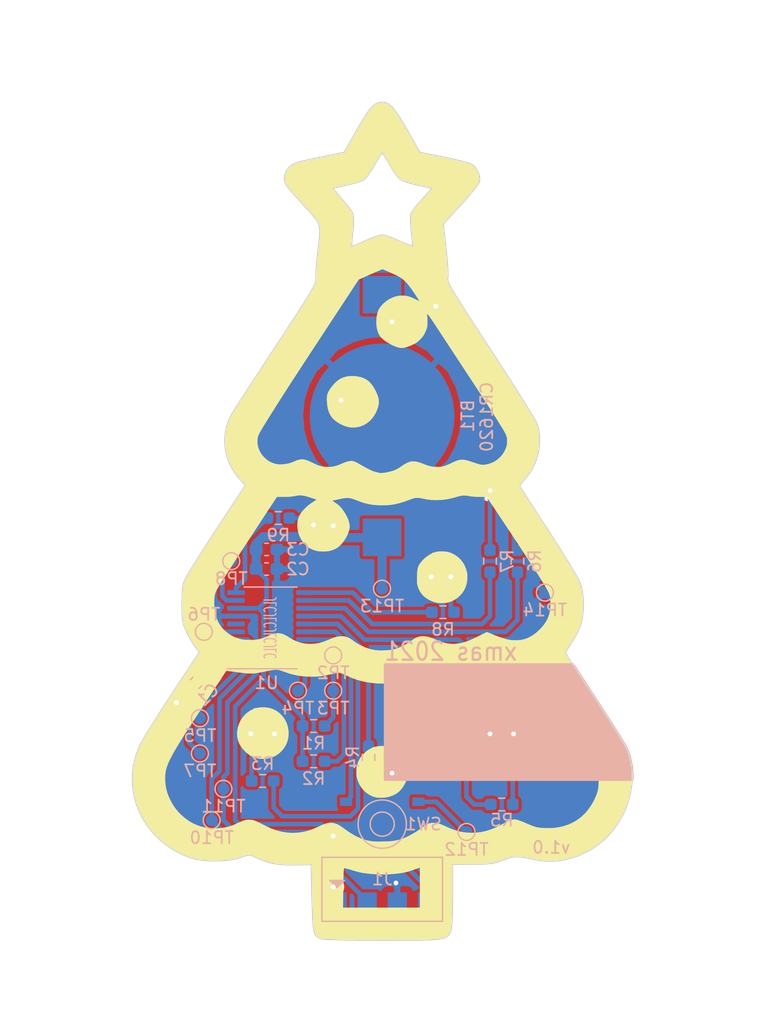
<source format=kicad_pcb>
(kicad_pcb (version 20171130) (host pcbnew 5.1.10)
  (layers (0 F.Cu signal) (31 B.Cu signal) (34 B.Paste user) (35 F.Paste user) (36 B.SilkS user) (37 F.SilkS user) (38 B.Mask user) (39 F.Mask user) (44 Edge.Cuts user))
  (net 0 "")
  (net 1 +BATT)
  (net 2 GND)
  (net 3 /NRST)
  (net 4 "Net-(D1-Pad2)")
  (net 5 "Net-(D2-Pad2)")
  (net 6 "Net-(D3-Pad2)")
  (net 7 "Net-(D4-Pad2)")
  (net 8 "Net-(D5-Pad2)")
  (net 9 "Net-(D6-Pad2)")
  (net 10 "Net-(D7-Pad2)")
  (net 11 /SWIM)
  (net 12 /I2C_CLOCK)
  (net 13 /I2C_DATA)
  (net 14 /LED0)
  (net 15 /LED1)
  (net 16 /LED2)
  (net 17 /LED3)
  (net 18 /LED4)
  (net 19 /LED5)
  (net 20 /LED6)
  (net 21 /USART_RX)
  (net 22 /USART_TX)
  (net 23 /IO1)
  (net 24 /IO2)
  (net 25 /IO3)
  (net 26 "Net-(U1-Pad6)")
  (net 27 "Net-(SW1-Pad4)")
  (net 28 "Net-(SW1-Pad3)")
  (module xmas_2021:BH57A-5 (layer B.Cu) (at 156.47348 103.675 90)
    (fp_text reference BT1 (at 0 7.112 90) (layer B.SilkS) (effects (justify mirror)))
    (fp_text value CR2032)
    (pad 2 smd circle (at 0 0 90) (size 12 12) (layers B.Cu B.Paste B.Mask) (net 2 GND))
    (pad 1 smd rect (at 10.05 0 90) (size 3.1 3.2) (layers B.Cu B.Paste B.Mask))
    (pad 1 smd rect (at -10.05 0 90) (size 3.1 3.2) (layers B.Cu B.Paste B.Mask) (net 1 +BATT))
  )
  (module xmas_2021:swim (layer B.Cu) (at 156.48898 144.625)
    (fp_text reference J1 (at 0 -2.6) (layer B.SilkS) (effects (justify mirror)))
    (fp_text value SWIM)
    (pad 4 smd rect (at 3.75 0) (size 1.6 3) (layers B.Cu B.Paste B.Mask) (net 3 /NRST))
    (pad 3 smd rect (at 1.25 0) (size 1.6 3) (layers B.Cu B.Paste B.Mask) (net 2 GND))
    (pad 2 smd rect (at -1.25 0) (size 1.6 3) (layers B.Cu B.Paste B.Mask) (net 11 /SWIM))
    (pad 1 smd rect (at -3.75 0) (size 1.6 3) (layers B.Cu B.Paste B.Mask) (net 1 +BATT))
  )
  (module xmas_2021:christmas-tree (layer F.Cu) (at 156.65 112.45)
    (fp_text reference Ref** hide)
    (fp_text value Val** hide)
    (fp_line (start -1.5286 -23.3027) (end -1.5286 -23.3027) (layer Edge.Cuts) (width 0.1))
    (fp_line (start -2.3099 -22.9676) (end -1.5286 -23.3027) (layer Edge.Cuts) (width 0.1))
    (fp_line (start -2.6728 -22.8282) (end -2.3099 -22.9676) (layer Edge.Cuts) (width 0.1))
    (fp_line (start -2.6898 -22.9004) (end -2.6728 -22.8282) (layer Edge.Cuts) (width 0.1))
    (fp_line (start -2.6878 -23.097) (end -2.6898 -22.9004) (layer Edge.Cuts) (width 0.1))
    (fp_line (start -2.6326 -23.7433) (end -2.6878 -23.097) (layer Edge.Cuts) (width 0.1))
    (fp_line (start -2.5689 -24.3247) (end -2.6326 -23.7433) (layer Edge.Cuts) (width 0.1))
    (fp_line (start -2.5341 -24.78) (end -2.5689 -24.3247) (layer Edge.Cuts) (width 0.1))
    (fp_line (start -2.5364 -25.14055) (end -2.5341 -24.78) (layer Edge.Cuts) (width 0.1))
    (fp_line (start -2.5841 -25.43786) (end -2.5364 -25.14055) (layer Edge.Cuts) (width 0.1))
    (fp_line (start -2.6277 -25.57259) (end -2.5841 -25.43786) (layer Edge.Cuts) (width 0.1))
    (fp_line (start -2.6857 -25.70327) (end -2.6277 -25.57259) (layer Edge.Cuts) (width 0.1))
    (fp_line (start -2.8494 -25.96816) (end -2.6857 -25.70327) (layer Edge.Cuts) (width 0.1))
    (fp_line (start -3.0836 -26.26393) (end -2.8494 -25.96816) (layer Edge.Cuts) (width 0.1))
    (fp_line (start -3.3966 -26.62196) (end -3.0836 -26.26393) (layer Edge.Cuts) (width 0.1))
    (fp_line (start -3.9873 -27.31584) (end -3.3966 -26.62196) (layer Edge.Cuts) (width 0.1))
    (fp_line (start -4.1555 -27.53686) (end -3.9873 -27.31584) (layer Edge.Cuts) (width 0.1))
    (fp_line (start -4.2037 -27.62985) (end -4.1555 -27.53686) (layer Edge.Cuts) (width 0.1))
    (fp_line (start -3.8499 -27.72918) (end -4.2037 -27.62985) (layer Edge.Cuts) (width 0.1))
    (fp_line (start -3.0692 -27.90694) (end -3.8499 -27.72918) (layer Edge.Cuts) (width 0.1))
    (fp_line (start -2.6249 -28.01234) (end -3.0692 -27.90694) (layer Edge.Cuts) (width 0.1))
    (fp_line (start -2.2171 -28.12662) (end -2.6249 -28.01234) (layer Edge.Cuts) (width 0.1))
    (fp_line (start -1.8909 -28.23601) (end -2.2171 -28.12662) (layer Edge.Cuts) (width 0.1))
    (fp_line (start -1.6915 -28.32674) (end -1.8909 -28.23601) (layer Edge.Cuts) (width 0.1))
    (fp_line (start -1.5318 -28.47964) (end -1.6915 -28.32674) (layer Edge.Cuts) (width 0.1))
    (fp_line (start -1.3137 -28.7583) (end -1.5318 -28.47964) (layer Edge.Cuts) (width 0.1))
    (fp_line (start -1.066 -29.12311) (end -1.3137 -28.7583) (layer Edge.Cuts) (width 0.1))
    (fp_line (start -0.8172 -29.53442) (end -1.066 -29.12311) (layer Edge.Cuts) (width 0.1))
    (fp_line (start -0.3848 -30.2551) (end -0.8172 -29.53442) (layer Edge.Cuts) (width 0.1))
    (fp_line (start -0.2362 -30.47374) (end -0.3848 -30.2551) (layer Edge.Cuts) (width 0.1))
    (fp_line (start -0.1613 -30.55332) (end -0.2362 -30.47374) (layer Edge.Cuts) (width 0.1))
    (fp_line (start -0.0895 -30.47589) (end -0.1613 -30.55332) (layer Edge.Cuts) (width 0.1))
    (fp_line (start 0.0508 -30.26698) (end -0.0895 -30.47589) (layer Edge.Cuts) (width 0.1))
    (fp_line (start 0.4557 -29.58216) (end 0.0508 -30.26698) (layer Edge.Cuts) (width 0.1))
    (fp_line (start 0.693 -29.18658) (end 0.4557 -29.58216) (layer Edge.Cuts) (width 0.1))
    (fp_line (start 0.9383 -28.82552) (end 0.693 -29.18658) (layer Edge.Cuts) (width 0.1))
    (fp_line (start 1.1625 -28.53886) (end 0.9383 -28.82552) (layer Edge.Cuts) (width 0.1))
    (fp_line (start 1.3369 -28.36651) (end 1.1625 -28.53886) (layer Edge.Cuts) (width 0.1))
    (fp_line (start 1.5541 -28.2532) (end 1.3369 -28.36651) (layer Edge.Cuts) (width 0.1))
    (fp_line (start 1.8949 -28.12731) (end 1.5541 -28.2532) (layer Edge.Cuts) (width 0.1))
    (fp_line (start 2.3126 -28.00418) (end 1.8949 -28.12731) (layer Edge.Cuts) (width 0.1))
    (fp_line (start 2.7604 -27.89916) (end 2.3126 -28.00418) (layer Edge.Cuts) (width 0.1))
    (fp_line (start 3.542 -27.72914) (end 2.7604 -27.89916) (layer Edge.Cuts) (width 0.1))
    (fp_line (start 3.8979 -27.62972) (end 3.542 -27.72914) (layer Edge.Cuts) (width 0.1))
    (fp_line (start 3.8529 -27.54058) (end 3.8979 -27.62972) (layer Edge.Cuts) (width 0.1))
    (fp_line (start 3.6912 -27.3342) (end 3.8529 -27.54058) (layer Edge.Cuts) (width 0.1))
    (fp_line (start 3.1202 -26.6927) (end 3.6912 -27.3342) (layer Edge.Cuts) (width 0.1))
    (fp_line (start 2.7911 -26.32185) (end 3.1202 -26.6927) (layer Edge.Cuts) (width 0.1))
    (fp_line (start 2.5092 -25.96846) (end 2.7911 -26.32185) (layer Edge.Cuts) (width 0.1))
    (fp_line (start 2.3043 -25.67251) (end 2.5092 -25.96846) (layer Edge.Cuts) (width 0.1))
    (fp_line (start 2.2066 -25.474) (end 2.3043 -25.67251) (layer Edge.Cuts) (width 0.1))
    (fp_line (start 2.1846 -25.25689) (end 2.2066 -25.474) (layer Edge.Cuts) (width 0.1))
    (fp_line (start 2.1861 -24.9103) (end 2.1846 -25.25689) (layer Edge.Cuts) (width 0.1))
    (fp_line (start 2.2096 -24.482) (end 2.1861 -24.9103) (layer Edge.Cuts) (width 0.1))
    (fp_line (start 2.2534 -24.0196) (end 2.2096 -24.482) (layer Edge.Cuts) (width 0.1))
    (fp_line (start 2.3339 -23.2125) (end 2.2534 -24.0196) (layer Edge.Cuts) (width 0.1))
    (fp_line (start 2.3496 -22.9564) (end 2.3339 -23.2125) (layer Edge.Cuts) (width 0.1))
    (fp_line (start 2.345 -22.8499) (end 2.3496 -22.9564) (layer Edge.Cuts) (width 0.1))
    (fp_line (start 2.245 -22.8703) (end 2.345 -22.8499) (layer Edge.Cuts) (width 0.1))
    (fp_line (start 2.0012 -22.9602) (end 2.245 -22.8703) (layer Edge.Cuts) (width 0.1))
    (fp_line (start 1.2285 -23.2905) (end 2.0012 -22.9602) (layer Edge.Cuts) (width 0.1))
    (fp_line (start 0.7862 -23.4795) (end 1.2285 -23.2905) (layer Edge.Cuts) (width 0.1))
    (fp_line (start 0.379 -23.6342) (end 0.7862 -23.4795) (layer Edge.Cuts) (width 0.1))
    (fp_line (start 0.052 -23.7388) (end 0.379 -23.6342) (layer Edge.Cuts) (width 0.1))
    (fp_line (start -0.1495 -23.7772) (end 0.052 -23.7388) (layer Edge.Cuts) (width 0.1))
    (fp_line (start -0.3511 -23.7398) (end -0.1495 -23.7772) (layer Edge.Cuts) (width 0.1))
    (fp_line (start -0.6783 -23.6378) (end -0.3511 -23.7398) (layer Edge.Cuts) (width 0.1))
    (fp_line (start -1.0859 -23.487) (end -0.6783 -23.6378) (layer Edge.Cuts) (width 0.1))
    (fp_line (start -1.5286 -23.3027) (end -1.0859 -23.487) (layer Edge.Cuts) (width 0.1))
    (fp_line (start -5.2431 34.526) (end -5.2431 34.5258) (layer Edge.Cuts) (width 0.1))
    (fp_line (start -5.09 34.5486) (end -5.2431 34.526) (layer Edge.Cuts) (width 0.1))
    (fp_line (start -4.7583 34.5701) (end -5.09 34.5486) (layer Edge.Cuts) (width 0.1))
    (fp_line (start -3.6425 34.6075) (end -4.7583 34.5701) (layer Edge.Cuts) (width 0.1))
    (fp_line (start -2.0615 34.6342) (end -3.6425 34.6075) (layer Edge.Cuts) (width 0.1))
    (fp_line (start -0.1815 34.6464) (end -2.0615 34.6342) (layer Edge.Cuts) (width 0.1))
    (fp_line (start 2.8533 34.637) (end -0.1815 34.6464) (layer Edge.Cuts) (width 0.1))
    (fp_line (start 3.8163 34.6084) (end 2.8533 34.637) (layer Edge.Cuts) (width 0.1))
    (fp_line (start 4.4906 34.5534) (end 3.8163 34.6084) (layer Edge.Cuts) (width 0.1))
    (fp_line (start 4.7383 34.5135) (end 4.4906 34.5534) (layer Edge.Cuts) (width 0.1))
    (fp_line (start 4.9367 34.4641) (end 4.7383 34.5135) (layer Edge.Cuts) (width 0.1))
    (fp_line (start 5.0932 34.4043) (end 4.9367 34.4641) (layer Edge.Cuts) (width 0.1))
    (fp_line (start 5.2154 34.3329) (end 5.0932 34.4043) (layer Edge.Cuts) (width 0.1))
    (fp_line (start 5.311 34.2491) (end 5.2154 34.3329) (layer Edge.Cuts) (width 0.1))
    (fp_line (start 5.3874 34.1518) (end 5.311 34.2491) (layer Edge.Cuts) (width 0.1))
    (fp_line (start 5.5133 33.9131) (end 5.3874 34.1518) (layer Edge.Cuts) (width 0.1))
    (fp_line (start 5.5512 33.7891) (end 5.5133 33.9131) (layer Edge.Cuts) (width 0.1))
    (fp_line (start 5.584 33.5943) (end 5.5512 33.7891) (layer Edge.Cuts) (width 0.1))
    (fp_line (start 5.6347 32.9936) (end 5.584 33.5943) (layer Edge.Cuts) (width 0.1))
    (fp_line (start 5.6652 32.1129) (end 5.6347 32.9936) (layer Edge.Cuts) (width 0.1))
    (fp_line (start 5.6754 30.9542) (end 5.6652 32.1129) (layer Edge.Cuts) (width 0.1))
    (fp_line (start 5.6755 28.3508) (end 5.6754 30.9542) (layer Edge.Cuts) (width 0.1))
    (fp_line (start 7.3362 28.3473) (end 5.6755 28.3508) (layer Edge.Cuts) (width 0.1))
    (fp_line (start 8.2258 28.3341) (end 7.3362 28.3473) (layer Edge.Cuts) (width 0.1))
    (fp_line (start 8.8459 28.2871) (end 8.2258 28.3341) (layer Edge.Cuts) (width 0.1))
    (fp_line (start 9.0964 28.2455) (end 8.8459 28.2871) (layer Edge.Cuts) (width 0.1))
    (fp_line (start 9.3296 28.1888) (end 9.0964 28.2455) (layer Edge.Cuts) (width 0.1))
    (fp_line (start 9.8103 28.0216) (end 9.3296 28.1888) (layer Edge.Cuts) (width 0.1))
    (fp_line (start 10.1416 27.8951) (end 9.8103 28.0216) (layer Edge.Cuts) (width 0.1))
    (fp_line (start 10.4238 27.8034) (end 10.1416 27.8951) (layer Edge.Cuts) (width 0.1))
    (fp_line (start 10.6801 27.7459) (end 10.4238 27.8034) (layer Edge.Cuts) (width 0.1))
    (fp_line (start 10.9338 27.7218) (end 10.6801 27.7459) (layer Edge.Cuts) (width 0.1))
    (fp_line (start 11.208 27.7306) (end 10.9338 27.7218) (layer Edge.Cuts) (width 0.1))
    (fp_line (start 11.526 27.7714) (end 11.208 27.7306) (layer Edge.Cuts) (width 0.1))
    (fp_line (start 12.3862 27.9468) (end 11.526 27.7714) (layer Edge.Cuts) (width 0.1))
    (fp_line (start 12.9193 28.0435) (end 12.3862 27.9468) (layer Edge.Cuts) (width 0.1))
    (fp_line (start 13.4483 28.0937) (end 12.9193 28.0435) (layer Edge.Cuts) (width 0.1))
    (fp_line (start 13.9749 28.097) (end 13.4483 28.0937) (layer Edge.Cuts) (width 0.1))
    (fp_line (start 14.5006 28.0533) (end 13.9749 28.097) (layer Edge.Cuts) (width 0.1))
    (fp_line (start 15.0274 27.9624) (end 14.5006 28.0533) (layer Edge.Cuts) (width 0.1))
    (fp_line (start 15.5567 27.8239) (end 15.0274 27.9624) (layer Edge.Cuts) (width 0.1))
    (fp_line (start 16.0905 27.6378) (end 15.5567 27.8239) (layer Edge.Cuts) (width 0.1))
    (fp_line (start 16.6303 27.4037) (end 16.0905 27.6378) (layer Edge.Cuts) (width 0.1))
    (fp_line (start 16.9259 27.2538) (end 16.6303 27.4037) (layer Edge.Cuts) (width 0.1))
    (fp_line (start 17.2118 27.0898) (end 16.9259 27.2538) (layer Edge.Cuts) (width 0.1))
    (fp_line (start 17.4878 26.9122) (end 17.2118 27.0898) (layer Edge.Cuts) (width 0.1))
    (fp_line (start 17.7537 26.7218) (end 17.4878 26.9122) (layer Edge.Cuts) (width 0.1))
    (fp_line (start 18.0092 26.5191) (end 17.7537 26.7218) (layer Edge.Cuts) (width 0.1))
    (fp_line (start 18.2541 26.3048) (end 18.0092 26.5191) (layer Edge.Cuts) (width 0.1))
    (fp_line (start 18.4881 26.0795) (end 18.2541 26.3048) (layer Edge.Cuts) (width 0.1))
    (fp_line (start 18.711 25.8438) (end 18.4881 26.0795) (layer Edge.Cuts) (width 0.1))
    (fp_line (start 19.1223 25.344) (end 18.711 25.8438) (layer Edge.Cuts) (width 0.1))
    (fp_line (start 19.4861 24.8105) (end 19.1223 25.344) (layer Edge.Cuts) (width 0.1))
    (fp_line (start 19.8004 24.2482) (end 19.4861 24.8105) (layer Edge.Cuts) (width 0.1))
    (fp_line (start 20.063 23.6624) (end 19.8004 24.2482) (layer Edge.Cuts) (width 0.1))
    (fp_line (start 20.2721 23.0581) (end 20.063 23.6624) (layer Edge.Cuts) (width 0.1))
    (fp_line (start 20.4255 22.4404) (end 20.2721 23.0581) (layer Edge.Cuts) (width 0.1))
    (fp_line (start 20.5213 21.8143) (end 20.4255 22.4404) (layer Edge.Cuts) (width 0.1))
    (fp_line (start 20.547 21.4998) (end 20.5213 21.8143) (layer Edge.Cuts) (width 0.1))
    (fp_line (start 20.5575 21.185) (end 20.547 21.4998) (layer Edge.Cuts) (width 0.1))
    (fp_line (start 20.5525 20.8707) (end 20.5575 21.185) (layer Edge.Cuts) (width 0.1))
    (fp_line (start 20.532 20.5575) (end 20.5525 20.8707) (layer Edge.Cuts) (width 0.1))
    (fp_line (start 20.4955 20.2461) (end 20.532 20.5575) (layer Edge.Cuts) (width 0.1))
    (fp_line (start 20.4428 19.937) (end 20.4955 20.2461) (layer Edge.Cuts) (width 0.1))
    (fp_line (start 20.3737 19.6309) (end 20.4428 19.937) (layer Edge.Cuts) (width 0.1))
    (fp_line (start 20.2879 19.3285) (end 20.3737 19.6309) (layer Edge.Cuts) (width 0.1))
    (fp_line (start 20.1852 19.0303) (end 20.2879 19.3285) (layer Edge.Cuts) (width 0.1))
    (fp_line (start 20.0653 18.737) (end 20.1852 19.0303) (layer Edge.Cuts) (width 0.1))
    (fp_line (start 19.7811 18.2349) (end 20.0653 18.737) (layer Edge.Cuts) (width 0.1))
    (fp_line (start 19.1886 17.2775) (end 19.7811 18.2349) (layer Edge.Cuts) (width 0.1))
    (fp_line (start 18.3743 16.0023) (end 19.1886 17.2775) (layer Edge.Cuts) (width 0.1))
    (fp_line (start 17.425 14.5469) (end 18.3743 16.0023) (layer Edge.Cuts) (width 0.1))
    (fp_line (start 15.7334 11.957) (end 17.425 14.5469) (layer Edge.Cuts) (width 0.1))
    (fp_line (start 15.2188 11.1519) (end 15.7334 11.957) (layer Edge.Cuts) (width 0.1))
    (fp_line (start 15.0298 10.8357) (end 15.2188 11.1519) (layer Edge.Cuts) (width 0.1))
    (fp_line (start 15.1888 10.5444) (end 15.0298 10.8357) (layer Edge.Cuts) (width 0.1))
    (fp_line (start 15.5709 9.95) (end 15.1888 10.5444) (layer Edge.Cuts) (width 0.1))
    (fp_line (start 15.7972 9.5811) (end 15.5709 9.95) (layer Edge.Cuts) (width 0.1))
    (fp_line (start 16.0132 9.1754) (end 15.7972 9.5811) (layer Edge.Cuts) (width 0.1))
    (fp_line (start 16.1945 8.7823) (end 16.0132 9.1754) (layer Edge.Cuts) (width 0.1))
    (fp_line (start 16.3166 8.4509) (end 16.1945 8.7823) (layer Edge.Cuts) (width 0.1))
    (fp_line (start 16.413 8.053) (end 16.3166 8.4509) (layer Edge.Cuts) (width 0.1))
    (fp_line (start 16.4784 7.6214) (end 16.413 8.053) (layer Edge.Cuts) (width 0.1))
    (fp_line (start 16.5133 7.1688) (end 16.4784 7.6214) (layer Edge.Cuts) (width 0.1))
    (fp_line (start 16.5178 6.7079) (end 16.5133 7.1688) (layer Edge.Cuts) (width 0.1))
    (fp_line (start 16.4923 6.2511) (end 16.5178 6.7079) (layer Edge.Cuts) (width 0.1))
    (fp_line (start 16.4371 5.8112) (end 16.4923 6.2511) (layer Edge.Cuts) (width 0.1))
    (fp_line (start 16.3524 5.4008) (end 16.4371 5.8112) (layer Edge.Cuts) (width 0.1))
    (fp_line (start 16.2385 5.0324) (end 16.3524 5.4008) (layer Edge.Cuts) (width 0.1))
    (fp_line (start 16.1335 4.8072) (end 16.2385 5.0324) (layer Edge.Cuts) (width 0.1))
    (fp_line (start 15.9424 4.4551) (end 16.1335 4.8072) (layer Edge.Cuts) (width 0.1))
    (fp_line (start 15.3453 3.4417) (end 15.9424 4.4551) (layer Edge.Cuts) (width 0.1))
    (fp_line (start 14.5338 2.1351) (end 15.3453 3.4417) (layer Edge.Cuts) (width 0.1))
    (fp_line (start 13.5948 0.6781) (end 14.5338 2.1351) (layer Edge.Cuts) (width 0.1))
    (fp_line (start 11.9273 -1.8842) (end 13.5948 0.6781) (layer Edge.Cuts) (width 0.1))
    (fp_line (start 11.4201 -2.6796) (end 11.9273 -1.8842) (layer Edge.Cuts) (width 0.1))
    (fp_line (start 11.2338 -2.9907) (end 11.4201 -2.6796) (layer Edge.Cuts) (width 0.1))
    (fp_line (start 11.2762 -3.0661) (end 11.2338 -2.9907) (layer Edge.Cuts) (width 0.1))
    (fp_line (start 11.3917 -3.2196) (end 11.2762 -3.0661) (layer Edge.Cuts) (width 0.1))
    (fp_line (start 11.7715 -3.6717) (end 11.3917 -3.2196) (layer Edge.Cuts) (width 0.1))
    (fp_line (start 11.9502 -3.8904) (end 11.7715 -3.6717) (layer Edge.Cuts) (width 0.1))
    (fp_line (start 12.1142 -4.1234) (end 11.9502 -3.8904) (layer Edge.Cuts) (width 0.1))
    (fp_line (start 12.2634 -4.3693) (end 12.1142 -4.1234) (layer Edge.Cuts) (width 0.1))
    (fp_line (start 12.3974 -4.6265) (end 12.2634 -4.3693) (layer Edge.Cuts) (width 0.1))
    (fp_line (start 12.5158 -4.8936) (end 12.3974 -4.6265) (layer Edge.Cuts) (width 0.1))
    (fp_line (start 12.6184 -5.1691) (end 12.5158 -4.8936) (layer Edge.Cuts) (width 0.1))
    (fp_line (start 12.7049 -5.4515) (end 12.6184 -5.1691) (layer Edge.Cuts) (width 0.1))
    (fp_line (start 12.775 -5.7394) (end 12.7049 -5.4515) (layer Edge.Cuts) (width 0.1))
    (fp_line (start 12.8282 -6.0313) (end 12.775 -5.7394) (layer Edge.Cuts) (width 0.1))
    (fp_line (start 12.8644 -6.3257) (end 12.8282 -6.0313) (layer Edge.Cuts) (width 0.1))
    (fp_line (start 12.8832 -6.6212) (end 12.8644 -6.3257) (layer Edge.Cuts) (width 0.1))
    (fp_line (start 12.8843 -6.9163) (end 12.8832 -6.6212) (layer Edge.Cuts) (width 0.1))
    (fp_line (start 12.8673 -7.2096) (end 12.8843 -6.9163) (layer Edge.Cuts) (width 0.1))
    (fp_line (start 12.8321 -7.4994) (end 12.8673 -7.2096) (layer Edge.Cuts) (width 0.1))
    (fp_line (start 12.7782 -7.7845) (end 12.8321 -7.4994) (layer Edge.Cuts) (width 0.1))
    (fp_line (start 12.7053 -8.0633) (end 12.7782 -7.7845) (layer Edge.Cuts) (width 0.1))
    (fp_line (start 12.5953 -8.2934) (end 12.7053 -8.0633) (layer Edge.Cuts) (width 0.1))
    (fp_line (start 12.347 -8.7295) (end 12.5953 -8.2934) (layer Edge.Cuts) (width 0.1))
    (fp_line (start 11.4989 -10.1185) (end 12.347 -8.7295) (layer Edge.Cuts) (width 0.1))
    (fp_line (start 10.2877 -12.0272) (end 11.4989 -10.1185) (layer Edge.Cuts) (width 0.1))
    (fp_line (start 8.8403 -14.2524) (end 10.2877 -12.0272) (layer Edge.Cuts) (width 0.1))
    (fp_line (start 6.9563 -17.1346) (end 8.8403 -14.2524) (layer Edge.Cuts) (width 0.1))
    (fp_line (start 5.8493 -18.8868) (end 6.9563 -17.1346) (layer Edge.Cuts) (width 0.1))
    (fp_line (start 5.5321 -19.4301) (end 5.8493 -18.8868) (layer Edge.Cuts) (width 0.1))
    (fp_line (start 5.3431 -19.8002) (end 5.5321 -19.4301) (layer Edge.Cuts) (width 0.1))
    (fp_line (start 5.2603 -20.0333) (end 5.3431 -19.8002) (layer Edge.Cuts) (width 0.1))
    (fp_line (start 5.2517 -20.1099) (end 5.2603 -20.0333) (layer Edge.Cuts) (width 0.1))
    (fp_line (start 5.2615 -20.166) (end 5.2517 -20.1099) (layer Edge.Cuts) (width 0.1))
    (fp_line (start 5.2816 -20.2689) (end 5.2615 -20.166) (layer Edge.Cuts) (width 0.1))
    (fp_line (start 5.291 -20.4397) (end 5.2816 -20.2689) (layer Edge.Cuts) (width 0.1))
    (fp_line (start 5.2789 -20.9612) (end 5.291 -20.4397) (layer Edge.Cuts) (width 0.1))
    (fp_line (start 5.2276 -21.6841) (end 5.2789 -20.9612) (layer Edge.Cuts) (width 0.1))
    (fp_line (start 5.1395 -22.562) (end 5.2276 -21.6841) (layer Edge.Cuts) (width 0.1))
    (fp_line (start 4.9037 -24.6585) (end 5.1395 -22.562) (layer Edge.Cuts) (width 0.1))
    (fp_line (start 6.3573 -26.2431) (end 4.9037 -24.6585) (layer Edge.Cuts) (width 0.1))
    (fp_line (start 6.9285 -26.8857) (end 6.3573 -26.2431) (layer Edge.Cuts) (width 0.1))
    (fp_line (start 7.4094 -27.46393) (end 6.9285 -26.8857) (layer Edge.Cuts) (width 0.1))
    (fp_line (start 7.7493 -27.91444) (end 7.4094 -27.46393) (layer Edge.Cuts) (width 0.1))
    (fp_line (start 7.8506 -28.072) (end 7.7493 -27.91444) (layer Edge.Cuts) (width 0.1))
    (fp_line (start 7.8977 -28.17388) (end 7.8506 -28.072) (layer Edge.Cuts) (width 0.1))
    (fp_line (start 7.9221 -28.3677) (end 7.8977 -28.17388) (layer Edge.Cuts) (width 0.1))
    (fp_line (start 7.9062 -28.57735) (end 7.9221 -28.3677) (layer Edge.Cuts) (width 0.1))
    (fp_line (start 7.8545 -28.79348) (end 7.9062 -28.57735) (layer Edge.Cuts) (width 0.1))
    (fp_line (start 7.7713 -29.00674) (end 7.8545 -28.79348) (layer Edge.Cuts) (width 0.1))
    (fp_line (start 7.661 -29.2078) (end 7.7713 -29.00674) (layer Edge.Cuts) (width 0.1))
    (fp_line (start 7.528 -29.38732) (end 7.661 -29.2078) (layer Edge.Cuts) (width 0.1))
    (fp_line (start 7.3766 -29.53595) (end 7.528 -29.38732) (layer Edge.Cuts) (width 0.1))
    (fp_line (start 7.2112 -29.64435) (end 7.3766 -29.53595) (layer Edge.Cuts) (width 0.1))
    (fp_line (start 6.9097 -29.74934) (end 7.2112 -29.64435) (layer Edge.Cuts) (width 0.1))
    (fp_line (start 6.3723 -29.894) (end 6.9097 -29.74934) (layer Edge.Cuts) (width 0.1))
    (fp_line (start 5.6751 -30.05925) (end 6.3723 -29.894) (layer Edge.Cuts) (width 0.1))
    (fp_line (start 4.8941 -30.22598) (end 5.6751 -30.05925) (layer Edge.Cuts) (width 0.1))
    (fp_line (start 2.9605 -30.61659) (end 4.8941 -30.22598) (layer Edge.Cuts) (width 0.1))
    (fp_line (start 1.9407 -32.41033) (end 2.9605 -30.61659) (layer Edge.Cuts) (width 0.1))
    (fp_line (start 1.5738 -33.04225) (end 1.9407 -32.41033) (layer Edge.Cuts) (width 0.1))
    (fp_line (start 1.2558 -33.55753) (end 1.5738 -33.04225) (layer Edge.Cuts) (width 0.1))
    (fp_line (start 0.9781 -33.96615) (end 1.2558 -33.55753) (layer Edge.Cuts) (width 0.1))
    (fp_line (start 0.732 -34.278084) (end 0.9781 -33.96615) (layer Edge.Cuts) (width 0.1))
    (fp_line (start 0.5087 -34.503324) (end 0.732 -34.278084) (layer Edge.Cuts) (width 0.1))
    (fp_line (start 0.2995 -34.651851) (end 0.5087 -34.503324) (layer Edge.Cuts) (width 0.1))
    (fp_line (start 0.0956 -34.733646) (end 0.2995 -34.651851) (layer Edge.Cuts) (width 0.1))
    (fp_line (start -0.1116 -34.758693) (end 0.0956 -34.733646) (layer Edge.Cuts) (width 0.1))
    (fp_line (start -0.3636 -34.740082) (end -0.1116 -34.758693) (layer Edge.Cuts) (width 0.1))
    (fp_line (start -0.5927 -34.674665) (end -0.3636 -34.740082) (layer Edge.Cuts) (width 0.1))
    (fp_line (start -0.7029 -34.619912) (end -0.5927 -34.674665) (layer Edge.Cuts) (width 0.1))
    (fp_line (start -0.8124 -34.548066) (end -0.7029 -34.619912) (layer Edge.Cuts) (width 0.1))
    (fp_line (start -1.0363 -34.34591) (end -0.8124 -34.548066) (layer Edge.Cuts) (width 0.1))
    (fp_line (start -1.2777 -34.053821) (end -1.0363 -34.34591) (layer Edge.Cuts) (width 0.1))
    (fp_line (start -1.5504 -33.65742) (end -1.2777 -34.053821) (layer Edge.Cuts) (width 0.1))
    (fp_line (start -1.8678 -33.14234) (end -1.5504 -33.65742) (layer Edge.Cuts) (width 0.1))
    (fp_line (start -2.2435 -32.4942) (end -1.8678 -33.14234) (layer Edge.Cuts) (width 0.1))
    (fp_line (start -3.3157 -30.60935) (end -2.2435 -32.4942) (layer Edge.Cuts) (width 0.1))
    (fp_line (start -5.4294 -30.17602) (end -3.3157 -30.60935) (layer Edge.Cuts) (width 0.1))
    (fp_line (start -6.5777 -29.93098) (end -5.4294 -30.17602) (layer Edge.Cuts) (width 0.1))
    (fp_line (start -6.9681 -29.83474) (end -6.5777 -29.93098) (layer Edge.Cuts) (width 0.1))
    (fp_line (start -7.2637 -29.7466) (end -6.9681 -29.83474) (layer Edge.Cuts) (width 0.1))
    (fp_line (start -7.4854 -29.65949) (end -7.2637 -29.7466) (layer Edge.Cuts) (width 0.1))
    (fp_line (start -7.6541 -29.56636) (end -7.4854 -29.65949) (layer Edge.Cuts) (width 0.1))
    (fp_line (start -7.7907 -29.46012) (end -7.6541 -29.56636) (layer Edge.Cuts) (width 0.1))
    (fp_line (start -7.9159 -29.33373) (end -7.7907 -29.46012) (layer Edge.Cuts) (width 0.1))
    (fp_line (start -8.0509 -29.16532) (end -7.9159 -29.33373) (layer Edge.Cuts) (width 0.1))
    (fp_line (start -8.1547 -28.99098) (end -8.0509 -29.16532) (layer Edge.Cuts) (width 0.1))
    (fp_line (start -8.2273 -28.81199) (end -8.1547 -28.99098) (layer Edge.Cuts) (width 0.1))
    (fp_line (start -8.2683 -28.6296) (end -8.2273 -28.81199) (layer Edge.Cuts) (width 0.1))
    (fp_line (start -8.2778 -28.44507) (end -8.2683 -28.6296) (layer Edge.Cuts) (width 0.1))
    (fp_line (start -8.2554 -28.25966) (end -8.2778 -28.44507) (layer Edge.Cuts) (width 0.1))
    (fp_line (start -8.201 -28.07464) (end -8.2554 -28.25966) (layer Edge.Cuts) (width 0.1))
    (fp_line (start -8.1145 -27.89127) (end -8.201 -28.07464) (layer Edge.Cuts) (width 0.1))
    (fp_line (start -7.9463 -27.66433) (end -8.1145 -27.89127) (layer Edge.Cuts) (width 0.1))
    (fp_line (start -7.6099 -27.26238) (end -7.9463 -27.66433) (layer Edge.Cuts) (width 0.1))
    (fp_line (start -6.628 -26.16059) (end -7.6099 -27.26238) (layer Edge.Cuts) (width 0.1))
    (fp_line (start -6.1367 -25.62894) (end -6.628 -26.16059) (layer Edge.Cuts) (width 0.1))
    (fp_line (start -5.778 -25.22144) (end -6.1367 -25.62894) (layer Edge.Cuts) (width 0.1))
    (fp_line (start -5.6433 -25.04662) (end -5.778 -25.22144) (layer Edge.Cuts) (width 0.1))
    (fp_line (start -5.5358 -24.8817) (end -5.6433 -25.04662) (layer Edge.Cuts) (width 0.1))
    (fp_line (start -5.4535 -24.7196) (end -5.5358 -24.8817) (layer Edge.Cuts) (width 0.1))
    (fp_line (start -5.3943 -24.5532) (end -5.4535 -24.7196) (layer Edge.Cuts) (width 0.1))
    (fp_line (start -5.3562 -24.3756) (end -5.3943 -24.5532) (layer Edge.Cuts) (width 0.1))
    (fp_line (start -5.3374 -24.1797) (end -5.3562 -24.3756) (layer Edge.Cuts) (width 0.1))
    (fp_line (start -5.3357 -23.9584) (end -5.3374 -24.1797) (layer Edge.Cuts) (width 0.1))
    (fp_line (start -5.3493 -23.7046) (end -5.3357 -23.9584) (layer Edge.Cuts) (width 0.1))
    (fp_line (start -5.4139 -23.0716) (end -5.3493 -23.7046) (layer Edge.Cuts) (width 0.1))
    (fp_line (start -5.5154 -22.2242) (end -5.4139 -23.0716) (layer Edge.Cuts) (width 0.1))
    (fp_line (start -5.5894 -21.5137) (end -5.5154 -22.2242) (layer Edge.Cuts) (width 0.1))
    (fp_line (start -5.6381 -20.8776) (end -5.5894 -21.5137) (layer Edge.Cuts) (width 0.1))
    (fp_line (start -5.6573 -20.3853) (end -5.6381 -20.8776) (layer Edge.Cuts) (width 0.1))
    (fp_line (start -5.6428 -20.1064) (end -5.6573 -20.3853) (layer Edge.Cuts) (width 0.1))
    (fp_line (start -5.6374 -20.0421) (end -5.6428 -20.1064) (layer Edge.Cuts) (width 0.1))
    (fp_line (start -5.6479 -19.9611) (end -5.6374 -20.0421) (layer Edge.Cuts) (width 0.1))
    (fp_line (start -5.727 -19.7318) (end -5.6479 -19.9611) (layer Edge.Cuts) (width 0.1))
    (fp_line (start -5.9009 -19.3842) (end -5.727 -19.7318) (layer Edge.Cuts) (width 0.1))
    (fp_line (start -6.19 -18.8843) (end -5.9009 -19.3842) (layer Edge.Cuts) (width 0.1))
    (fp_line (start -7.1961 -17.2906) (end -6.19 -18.8843) (layer Edge.Cuts) (width 0.1))
    (fp_line (start -8.9098 -14.6774) (end -7.1961 -17.2906) (layer Edge.Cuts) (width 0.1))
    (fp_line (start -11.3846 -10.8993) (end -8.9098 -14.6774) (layer Edge.Cuts) (width 0.1))
    (fp_line (start -12.2241 -9.5951) (end -11.3846 -10.8993) (layer Edge.Cuts) (width 0.1))
    (fp_line (start -12.6354 -8.932) (end -12.2241 -9.5951) (layer Edge.Cuts) (width 0.1))
    (fp_line (start -12.8022 -8.6036) (end -12.6354 -8.932) (layer Edge.Cuts) (width 0.1))
    (fp_line (start -12.9407 -8.2671) (end -12.8022 -8.6036) (layer Edge.Cuts) (width 0.1))
    (fp_line (start -13.0509 -7.9241) (end -12.9407 -8.2671) (layer Edge.Cuts) (width 0.1))
    (fp_line (start -13.133 -7.5761) (end -13.0509 -7.9241) (layer Edge.Cuts) (width 0.1))
    (fp_line (start -13.1872 -7.2245) (end -13.133 -7.5761) (layer Edge.Cuts) (width 0.1))
    (fp_line (start -13.2137 -6.8711) (end -13.1872 -7.2245) (layer Edge.Cuts) (width 0.1))
    (fp_line (start -13.2127 -6.5173) (end -13.2137 -6.8711) (layer Edge.Cuts) (width 0.1))
    (fp_line (start -13.1844 -6.1647) (end -13.2127 -6.5173) (layer Edge.Cuts) (width 0.1))
    (fp_line (start -13.129 -5.8148) (end -13.1844 -6.1647) (layer Edge.Cuts) (width 0.1))
    (fp_line (start -13.0465 -5.4691) (end -13.129 -5.8148) (layer Edge.Cuts) (width 0.1))
    (fp_line (start -12.9373 -5.1293) (end -13.0465 -5.4691) (layer Edge.Cuts) (width 0.1))
    (fp_line (start -12.8015 -4.7968) (end -12.9373 -5.1293) (layer Edge.Cuts) (width 0.1))
    (fp_line (start -12.6393 -4.4733) (end -12.8015 -4.7968) (layer Edge.Cuts) (width 0.1))
    (fp_line (start -12.4509 -4.1602) (end -12.6393 -4.4733) (layer Edge.Cuts) (width 0.1))
    (fp_line (start -12.2365 -3.8591) (end -12.4509 -4.1602) (layer Edge.Cuts) (width 0.1))
    (fp_line (start -11.9962 -3.5716) (end -12.2365 -3.8591) (layer Edge.Cuts) (width 0.1))
    (fp_line (start -11.5125 -3.0362) (end -11.9962 -3.5716) (layer Edge.Cuts) (width 0.1))
    (fp_line (start -13.8543 0.5234) (end -11.5125 -3.0362) (layer Edge.Cuts) (width 0.1))
    (fp_line (start -14.7859 1.9537) (end -13.8543 0.5234) (layer Edge.Cuts) (width 0.1))
    (fp_line (start -15.5913 3.2166) (end -14.7859 1.9537) (layer Edge.Cuts) (width 0.1))
    (fp_line (start -16.1844 4.1754) (end -15.5913 3.2166) (layer Edge.Cuts) (width 0.1))
    (fp_line (start -16.4791 4.6931) (end -16.1844 4.1754) (layer Edge.Cuts) (width 0.1))
    (fp_line (start -16.5581 4.8772) (end -16.4791 4.6931) (layer Edge.Cuts) (width 0.1))
    (fp_line (start -16.6215 5.0607) (end -16.5581 4.8772) (layer Edge.Cuts) (width 0.1))
    (fp_line (start -16.671 5.2551) (end -16.6215 5.0607) (layer Edge.Cuts) (width 0.1))
    (fp_line (start -16.7079 5.4719) (end -16.671 5.2551) (layer Edge.Cuts) (width 0.1))
    (fp_line (start -16.7506 6.0191) (end -16.7079 5.4719) (layer Edge.Cuts) (width 0.1))
    (fp_line (start -16.7621 6.7945) (end -16.7506 6.0191) (layer Edge.Cuts) (width 0.1))
    (fp_line (start -16.7511 7.62) (end -16.7621 6.7945) (layer Edge.Cuts) (width 0.1))
    (fp_line (start -16.7326 7.922) (end -16.7511 7.62) (layer Edge.Cuts) (width 0.1))
    (fp_line (start -16.7013 8.1758) (end -16.7326 7.922) (layer Edge.Cuts) (width 0.1))
    (fp_line (start -16.6539 8.4007) (end -16.7013 8.1758) (layer Edge.Cuts) (width 0.1))
    (fp_line (start -16.5873 8.6158) (end -16.6539 8.4007) (layer Edge.Cuts) (width 0.1))
    (fp_line (start -16.3839 9.0935) (end -16.5873 8.6158) (layer Edge.Cuts) (width 0.1))
    (fp_line (start -16.2104 9.4421) (end -16.3839 9.0935) (layer Edge.Cuts) (width 0.1))
    (fp_line (start -16.0175 9.7941) (end -16.2104 9.4421) (layer Edge.Cuts) (width 0.1))
    (fp_line (start -15.8289 10.1084) (end -16.0175 9.7941) (layer Edge.Cuts) (width 0.1))
    (fp_line (start -15.6678 10.3441) (end -15.8289 10.1084) (layer Edge.Cuts) (width 0.1))
    (fp_line (start -15.33 10.787) (end -15.6678 10.3441) (layer Edge.Cuts) (width 0.1))
    (fp_line (start -17.59118 14.2137) (end -15.33 10.787) (layer Edge.Cuts) (width 0.1))
    (fp_line (start -18.49961 15.6088) (end -17.59118 14.2137) (layer Edge.Cuts) (width 0.1))
    (fp_line (start -19.30153 16.8742) (end -18.49961 15.6088) (layer Edge.Cuts) (width 0.1))
    (fp_line (start -19.91008 17.8706) (end -19.30153 16.8742) (layer Edge.Cuts) (width 0.1))
    (fp_line (start -20.2384 18.4588) (end -19.91008 17.8706) (layer Edge.Cuts) (width 0.1))
    (fp_line (start -20.39109 18.807) (end -20.2384 18.4588) (layer Edge.Cuts) (width 0.1))
    (fp_line (start -20.52246 19.1582) (end -20.39109 18.807) (layer Edge.Cuts) (width 0.1))
    (fp_line (start -20.6328 19.5117) (end -20.52246 19.1582) (layer Edge.Cuts) (width 0.1))
    (fp_line (start -20.72242 19.8668) (end -20.6328 19.5117) (layer Edge.Cuts) (width 0.1))
    (fp_line (start -20.79161 20.223) (end -20.72242 19.8668) (layer Edge.Cuts) (width 0.1))
    (fp_line (start -20.84066 20.5795) (end -20.79161 20.223) (layer Edge.Cuts) (width 0.1))
    (fp_line (start -20.86987 20.9357) (end -20.84066 20.5795) (layer Edge.Cuts) (width 0.1))
    (fp_line (start -20.87954 21.2909) (end -20.86987 20.9357) (layer Edge.Cuts) (width 0.1))
    (fp_line (start -20.86996 21.6445) (end -20.87954 21.2909) (layer Edge.Cuts) (width 0.1))
    (fp_line (start -20.84142 21.9959) (end -20.86996 21.6445) (layer Edge.Cuts) (width 0.1))
    (fp_line (start -20.79422 22.3443) (end -20.84142 21.9959) (layer Edge.Cuts) (width 0.1))
    (fp_line (start -20.72866 22.6891) (end -20.79422 22.3443) (layer Edge.Cuts) (width 0.1))
    (fp_line (start -20.64504 23.0297) (end -20.72866 22.6891) (layer Edge.Cuts) (width 0.1))
    (fp_line (start -20.54364 23.3654) (end -20.64504 23.0297) (layer Edge.Cuts) (width 0.1))
    (fp_line (start -20.42476 23.6955) (end -20.54364 23.3654) (layer Edge.Cuts) (width 0.1))
    (fp_line (start -20.28871 24.0195) (end -20.42476 23.6955) (layer Edge.Cuts) (width 0.1))
    (fp_line (start -20.13577 24.3365) (end -20.28871 24.0195) (layer Edge.Cuts) (width 0.1))
    (fp_line (start -19.96624 24.6461) (end -20.13577 24.3365) (layer Edge.Cuts) (width 0.1))
    (fp_line (start -19.78041 24.9475) (end -19.96624 24.6461) (layer Edge.Cuts) (width 0.1))
    (fp_line (start -19.57859 25.24) (end -19.78041 24.9475) (layer Edge.Cuts) (width 0.1))
    (fp_line (start -19.36107 25.5231) (end -19.57859 25.24) (layer Edge.Cuts) (width 0.1))
    (fp_line (start -19.12814 25.796) (end -19.36107 25.5231) (layer Edge.Cuts) (width 0.1))
    (fp_line (start -18.88009 26.0581) (end -19.12814 25.796) (layer Edge.Cuts) (width 0.1))
    (fp_line (start -18.61723 26.3088) (end -18.88009 26.0581) (layer Edge.Cuts) (width 0.1))
    (fp_line (start -18.33985 26.5474) (end -18.61723 26.3088) (layer Edge.Cuts) (width 0.1))
    (fp_line (start -18.04825 26.7732) (end -18.33985 26.5474) (layer Edge.Cuts) (width 0.1))
    (fp_line (start -17.74271 26.9856) (end -18.04825 26.7732) (layer Edge.Cuts) (width 0.1))
    (fp_line (start -17.4235 27.1839) (end -17.74271 26.9856) (layer Edge.Cuts) (width 0.1))
    (fp_line (start -17.091 27.3675) (end -17.4235 27.1839) (layer Edge.Cuts) (width 0.1))
    (fp_line (start -16.7455 27.5357) (end -17.091 27.3675) (layer Edge.Cuts) (width 0.1))
    (fp_line (start -16.3872 27.6878) (end -16.7455 27.5357) (layer Edge.Cuts) (width 0.1))
    (fp_line (start -16.0164 27.8233) (end -16.3872 27.6878) (layer Edge.Cuts) (width 0.1))
    (fp_line (start -15.5863 27.937) (end -16.0164 27.8233) (layer Edge.Cuts) (width 0.1))
    (fp_line (start -15.0878 28.0165) (end -15.5863 27.937) (layer Edge.Cuts) (width 0.1))
    (fp_line (start -14.5436 28.0621) (end -15.0878 28.0165) (layer Edge.Cuts) (width 0.1))
    (fp_line (start -13.9763 28.074) (end -14.5436 28.0621) (layer Edge.Cuts) (width 0.1))
    (fp_line (start -13.4083 28.0523) (end -13.9763 28.074) (layer Edge.Cuts) (width 0.1))
    (fp_line (start -12.8624 27.9973) (end -13.4083 28.0523) (layer Edge.Cuts) (width 0.1))
    (fp_line (start -12.3611 27.9092) (end -12.8624 27.9973) (layer Edge.Cuts) (width 0.1))
    (fp_line (start -11.927 27.788) (end -12.3611 27.9092) (layer Edge.Cuts) (width 0.1))
    (fp_line (start -11.4761 27.6376) (end -11.927 27.788) (layer Edge.Cuts) (width 0.1))
    (fp_line (start -11.3201 27.6) (end -11.4761 27.6376) (layer Edge.Cuts) (width 0.1))
    (fp_line (start -11.1905 27.5873) (end -11.3201 27.6) (layer Edge.Cuts) (width 0.1))
    (fp_line (start -11.0725 27.5997) (end -11.1905 27.5873) (layer Edge.Cuts) (width 0.1))
    (fp_line (start -10.9512 27.637) (end -11.0725 27.5997) (layer Edge.Cuts) (width 0.1))
    (fp_line (start -10.639 27.7865) (end -10.9512 27.637) (layer Edge.Cuts) (width 0.1))
    (fp_line (start -10.2994 27.9469) (end -10.639 27.7865) (layer Edge.Cuts) (width 0.1))
    (fp_line (start -9.953 28.0812) (end -10.2994 27.9469) (layer Edge.Cuts) (width 0.1))
    (fp_line (start -9.594 28.1906) (end -9.953 28.0812) (layer Edge.Cuts) (width 0.1))
    (fp_line (start -9.2168 28.2761) (end -9.594 28.1906) (layer Edge.Cuts) (width 0.1))
    (fp_line (start -8.8153 28.339) (end -9.2168 28.2761) (layer Edge.Cuts) (width 0.1))
    (fp_line (start -8.3838 28.3802) (end -8.8153 28.339) (layer Edge.Cuts) (width 0.1))
    (fp_line (start -7.9165 28.4009) (end -8.3838 28.3802) (layer Edge.Cuts) (width 0.1))
    (fp_line (start -7.4075 28.4023) (end -7.9165 28.4009) (layer Edge.Cuts) (width 0.1))
    (fp_line (start -6.0518 28.3819) (end -7.4075 28.4023) (layer Edge.Cuts) (width 0.1))
    (fp_line (start -5.984 31.159) (end -6.0518 28.3819) (layer Edge.Cuts) (width 0.1))
    (fp_line (start -5.9265 32.8827) (end -5.984 31.159) (layer Edge.Cuts) (width 0.1))
    (fp_line (start -5.8838 33.442) (end -5.9265 32.8827) (layer Edge.Cuts) (width 0.1))
    (fp_line (start -5.8223 33.8433) (end -5.8838 33.442) (layer Edge.Cuts) (width 0.1))
    (fp_line (start -5.7822 33.995) (end -5.8223 33.8433) (layer Edge.Cuts) (width 0.1))
    (fp_line (start -5.7347 34.1196) (end -5.7822 33.995) (layer Edge.Cuts) (width 0.1))
    (fp_line (start -5.6789 34.221) (end -5.7347 34.1196) (layer Edge.Cuts) (width 0.1))
    (fp_line (start -5.6138 34.3035) (end -5.6789 34.221) (layer Edge.Cuts) (width 0.1))
    (fp_line (start -5.5386 34.3711) (end -5.6138 34.3035) (layer Edge.Cuts) (width 0.1))
    (fp_line (start -5.4523 34.428) (end -5.5386 34.3711) (layer Edge.Cuts) (width 0.1))
    (fp_line (start -5.2431 34.5258) (end -5.4523 34.428) (layer Edge.Cuts) (width 0.1))
  )
  (module Capacitor_SMD:C_0603_1608Metric_Pad1.08x0.95mm_HandSolder (layer B.Cu) (at 141.05 125.775 225)
    (fp_text reference C1 (at 0 -1.378858 45) (layer B.SilkS) (effects (justify mirror)))
    (fp_text value 100n)
    (pad 1 smd roundrect (at -0.8625 0 225) (size 1.075 0.95) (layers B.Cu B.Paste B.Mask) (net 3 /NRST))
    (pad 2 smd roundrect (at 0.8625 0 225) (size 1.075 0.95) (layers B.Cu B.Paste B.Mask) (net 2 GND))
  )
  (module Capacitor_SMD:C_0603_1608Metric_Pad1.08x0.95mm_HandSolder (layer B.Cu) (at 146.9 116.35)
    (fp_text reference C2 (at 2.6 0) (layer B.SilkS) (effects (justify mirror)))
    (fp_text value 10u)
    (pad 1 smd roundrect (at -0.8625 0) (size 1.075 0.95) (layers B.Cu B.Paste B.Mask) (net 1 +BATT))
    (pad 2 smd roundrect (at 0.8625 0) (size 1.075 0.95) (layers B.Cu B.Paste B.Mask) (net 2 GND))
  )
  (module Capacitor_SMD:C_0603_1608Metric_Pad1.08x0.95mm_HandSolder (layer B.Cu) (at 146.9 114.725)
    (fp_text reference C3 (at 2.6 0) (layer B.SilkS) (effects (justify mirror)))
    (fp_text value 100n)
    (pad 2 smd roundrect (at 0.8625 0) (size 1.075 0.95) (layers B.Cu B.Paste B.Mask) (net 2 GND))
    (pad 1 smd roundrect (at -0.8625 0) (size 1.075 0.95) (layers B.Cu B.Paste B.Mask) (net 1 +BATT))
  )
  (module LED_SMD:LED_0603_1608Metric_Pad1.05x0.95mm_HandSolder (layer F.Cu) (at 146.645 129.92)
    (fp_text reference D1 (at 0 -1.43) (layer F.SilkS))
    (fp_text value LED hide)
    (pad 2 smd roundrect (at 0.875 0) (size 1.05 0.95) (layers F.Cu F.Paste F.Mask) (net 4 "Net-(D1-Pad2)"))
    (pad 1 smd roundrect (at -0.875 0) (size 1.05 0.95) (layers F.Cu F.Paste F.Mask) (net 2 GND))
  )
  (module LED_SMD:LED_0603_1608Metric_Pad1.05x0.95mm_HandSolder (layer F.Cu) (at 156.51 133.14)
    (fp_text reference D2 (at 0 -1.43) (layer F.SilkS))
    (fp_text value LED hide)
    (pad 1 smd roundrect (at -0.875 0) (size 1.05 0.95) (layers F.Cu F.Paste F.Mask) (net 2 GND))
    (pad 2 smd roundrect (at 0.875 0) (size 1.05 0.95) (layers F.Cu F.Paste F.Mask) (net 5 "Net-(D2-Pad2)"))
  )
  (module LED_SMD:LED_0603_1608Metric_Pad1.05x0.95mm_HandSolder (layer F.Cu) (at 166.4 130)
    (fp_text reference D3 (at 0 -1.43) (layer F.SilkS))
    (fp_text value LED hide)
    (pad 1 smd roundrect (at -0.875 0) (size 1.05 0.95) (layers F.Cu F.Paste F.Mask) (net 2 GND))
    (pad 2 smd roundrect (at 0.875 0) (size 1.05 0.95) (layers F.Cu F.Paste F.Mask) (net 6 "Net-(D3-Pad2)"))
  )
  (module LED_SMD:LED_0603_1608Metric_Pad1.05x0.95mm_HandSolder (layer F.Cu) (at 158.19 95.83)
    (fp_text reference D4 hide)
    (fp_text value LED hide)
    (pad 2 smd roundrect (at 0.875 0) (size 1.05 0.95) (layers F.Cu F.Paste F.Mask) (net 7 "Net-(D4-Pad2)"))
    (pad 1 smd roundrect (at -0.875 0) (size 1.05 0.95) (layers F.Cu F.Paste F.Mask) (net 2 GND))
  )
  (module LED_SMD:LED_0603_1608Metric_Pad1.05x0.95mm_HandSolder (layer F.Cu) (at 154.025 102.45)
    (fp_text reference D5 hide)
    (fp_text value LED hide)
    (pad 2 smd roundrect (at 0.875 0) (size 1.05 0.95) (layers F.Cu F.Paste F.Mask) (net 8 "Net-(D5-Pad2)"))
    (pad 1 smd roundrect (at -0.875 0) (size 1.05 0.95) (layers F.Cu F.Paste F.Mask) (net 2 GND))
  )
  (module LED_SMD:LED_0603_1608Metric_Pad1.05x0.95mm_HandSolder (layer F.Cu) (at 161.435 117.04)
    (fp_text reference D6 (at 0 -1.43) (layer F.SilkS))
    (fp_text value LED hide)
    (pad 1 smd roundrect (at -0.875 0) (size 1.05 0.95) (layers F.Cu F.Paste F.Mask) (net 2 GND))
    (pad 2 smd roundrect (at 0.875 0) (size 1.05 0.95) (layers F.Cu F.Paste F.Mask) (net 9 "Net-(D6-Pad2)"))
  )
  (module LED_SMD:LED_0603_1608Metric_Pad1.05x0.95mm_HandSolder (layer F.Cu) (at 151.685 112.72 180)
    (fp_text reference D7 (at 0 -1.43) (layer F.SilkS))
    (fp_text value LED hide)
    (pad 1 smd roundrect (at -0.875 0 180) (size 1.05 0.95) (layers F.Cu F.Paste F.Mask) (net 2 GND))
    (pad 2 smd roundrect (at 0.875 0 180) (size 1.05 0.95) (layers F.Cu F.Paste F.Mask) (net 10 "Net-(D7-Pad2)"))
  )
  (module Resistor_SMD:R_0603_1608Metric_Pad0.98x0.95mm_HandSolder (layer B.Cu) (at 150.8 129.35)
    (fp_text reference R1 (at 0 1.43) (layer B.SilkS) (effects (justify mirror)))
    (fp_text value DNP)
    (pad 1 smd roundrect (at -0.9125 0) (size 0.975 0.95) (layers B.Cu B.Paste B.Mask) (net 1 +BATT))
    (pad 2 smd roundrect (at 0.9125 0) (size 0.975 0.95) (layers B.Cu B.Paste B.Mask) (net 12 /I2C_CLOCK))
  )
  (module Resistor_SMD:R_0603_1608Metric_Pad0.98x0.95mm_HandSolder (layer B.Cu) (at 150.8 132.275)
    (fp_text reference R2 (at 0 1.43) (layer B.SilkS) (effects (justify mirror)))
    (fp_text value DNP)
    (pad 2 smd roundrect (at 0.9125 0) (size 0.975 0.95) (layers B.Cu B.Paste B.Mask) (net 13 /I2C_DATA))
    (pad 1 smd roundrect (at -0.9125 0) (size 0.975 0.95) (layers B.Cu B.Paste B.Mask) (net 1 +BATT))
  )
  (module Resistor_SMD:R_0603_1608Metric_Pad0.98x0.95mm_HandSolder (layer B.Cu) (at 146.575 133.9 180)
    (fp_text reference R3 (at 0 1.43) (layer B.SilkS) (effects (justify mirror)))
    (fp_text value R)
    (pad 1 smd roundrect (at -0.9125 0 180) (size 0.975 0.95) (layers B.Cu B.Paste B.Mask) (net 14 /LED0))
    (pad 2 smd roundrect (at 0.9125 0 180) (size 0.975 0.95) (layers B.Cu B.Paste B.Mask) (net 4 "Net-(D1-Pad2)"))
  )
  (module Resistor_SMD:R_0603_1608Metric_Pad0.98x0.95mm_HandSolder (layer B.Cu) (at 155.35 131.95 270)
    (fp_text reference R4 (at 0 1.3 90) (layer B.SilkS) (effects (justify mirror)))
    (fp_text value R)
    (pad 1 smd roundrect (at -0.9125 0 270) (size 0.975 0.95) (layers B.Cu B.Paste B.Mask) (net 15 /LED1))
    (pad 2 smd roundrect (at 0.9125 0 270) (size 0.975 0.95) (layers B.Cu B.Paste B.Mask) (net 5 "Net-(D2-Pad2)"))
  )
  (module Resistor_SMD:R_0603_1608Metric_Pad0.98x0.95mm_HandSolder (layer B.Cu) (at 166.4 135.85)
    (fp_text reference R5 (at 0 1.3) (layer B.SilkS) (effects (justify mirror)))
    (fp_text value R)
    (pad 2 smd roundrect (at 0.9125 0) (size 0.975 0.95) (layers B.Cu B.Paste B.Mask) (net 6 "Net-(D3-Pad2)"))
    (pad 1 smd roundrect (at -0.9125 0) (size 0.975 0.95) (layers B.Cu B.Paste B.Mask) (net 16 /LED2))
  )
  (module Resistor_SMD:R_0603_1608Metric_Pad0.98x0.95mm_HandSolder (layer B.Cu) (at 167.7 115.7 90)
    (fp_text reference R6 (at 0 1.43 90) (layer B.SilkS) (effects (justify mirror)))
    (fp_text value R)
    (pad 1 smd roundrect (at -0.9125 0 90) (size 0.975 0.95) (layers B.Cu B.Paste B.Mask) (net 17 /LED3))
    (pad 2 smd roundrect (at 0.9125 0 90) (size 0.975 0.95) (layers B.Cu B.Paste B.Mask) (net 7 "Net-(D4-Pad2)"))
  )
  (module Resistor_SMD:R_0603_1608Metric_Pad0.98x0.95mm_HandSolder (layer B.Cu) (at 165.425 115.7 90)
    (fp_text reference R7 (at 0 1.43 90) (layer B.SilkS) (effects (justify mirror)))
    (fp_text value R)
    (pad 2 smd roundrect (at 0.9125 0 90) (size 0.975 0.95) (layers B.Cu B.Paste B.Mask) (net 8 "Net-(D5-Pad2)"))
    (pad 1 smd roundrect (at -0.9125 0 90) (size 0.975 0.95) (layers B.Cu B.Paste B.Mask) (net 18 /LED4))
  )
  (module Resistor_SMD:R_0603_1608Metric_Pad0.98x0.95mm_HandSolder (layer B.Cu) (at 161.525 119.925)
    (fp_text reference R8 (at 0 1.43) (layer B.SilkS) (effects (justify mirror)))
    (fp_text value R)
    (pad 1 smd roundrect (at -0.9125 0) (size 0.975 0.95) (layers B.Cu B.Paste B.Mask) (net 19 /LED5))
    (pad 2 smd roundrect (at 0.9125 0) (size 0.975 0.95) (layers B.Cu B.Paste B.Mask) (net 9 "Net-(D6-Pad2)"))
  )
  (module Resistor_SMD:R_0603_1608Metric_Pad0.98x0.95mm_HandSolder (layer B.Cu) (at 147.875 112.125)
    (fp_text reference R9 (at 0 1.43) (layer B.SilkS) (effects (justify mirror)))
    (fp_text value R)
    (pad 2 smd roundrect (at 0.9125 0) (size 0.975 0.95) (layers B.Cu B.Paste B.Mask) (net 10 "Net-(D7-Pad2)"))
    (pad 1 smd roundrect (at -0.9125 0) (size 0.975 0.95) (layers B.Cu B.Paste B.Mask) (net 20 /LED6))
  )
  (module xmas_2021:button (layer B.Cu) (at 156.48898 137.475)
    (fp_text reference SW1 (at 3.41102 0 180) (layer B.SilkS) (effects (justify mirror)))
    (fp_text value User)
    (pad 1 smd rect (at -3 1.85) (size 1 0.7) (layers B.Cu B.Paste B.Mask) (net 2 GND))
    (pad 2 smd rect (at 3 1.85) (size 1 0.7) (layers B.Cu B.Paste B.Mask) (net 2 GND))
    (pad 3 smd rect (at -3 -1.85) (size 1 0.7) (layers B.Cu B.Paste B.Mask) (net 28 "Net-(SW1-Pad3)"))
    (pad 4 smd rect (at 3 -1.85) (size 1 0.7) (layers B.Cu B.Paste B.Mask) (net 27 "Net-(SW1-Pad4)"))
  )
  (module Package_SO:TSSOP-20_4.4x6.5mm_P0.65mm (layer B.Cu) (at 147.225 121.225)
    (fp_text reference U1 (at -0.325 4.55) (layer B.SilkS) (effects (justify mirror)))
    (fp_text value STM8L101F2P3)
    (pad 1 smd roundrect (at -2.8625 2.925) (size 1.475 0.4) (layers B.Cu B.Paste B.Mask) (net 22 /USART_TX))
    (pad 2 smd roundrect (at -2.8625 2.275) (size 1.475 0.4) (layers B.Cu B.Paste B.Mask) (net 24 /IO2))
    (pad 3 smd roundrect (at -2.8625 1.625) (size 1.475 0.4) (layers B.Cu B.Paste B.Mask) (net 11 /SWIM))
    (pad 4 smd roundrect (at -2.8625 0.975) (size 1.475 0.4) (layers B.Cu B.Paste B.Mask) (net 3 /NRST))
    (pad 5 smd roundrect (at -2.8625 0.325) (size 1.475 0.4) (layers B.Cu B.Paste B.Mask) (net 23 /IO1))
    (pad 6 smd roundrect (at -2.8625 -0.325) (size 1.475 0.4) (layers B.Cu B.Paste B.Mask) (net 26 "Net-(U1-Pad6)"))
    (pad 7 smd roundrect (at -2.8625 -0.975) (size 1.475 0.4) (layers B.Cu B.Paste B.Mask) (net 2 GND))
    (pad 8 smd roundrect (at -2.8625 -1.625) (size 1.475 0.4) (layers B.Cu B.Paste B.Mask) (net 1 +BATT))
    (pad 9 smd roundrect (at -2.8625 -2.275) (size 1.475 0.4) (layers B.Cu B.Paste B.Mask) (net 25 /IO3))
    (pad 10 smd roundrect (at -2.8625 -2.925) (size 1.475 0.4) (layers B.Cu B.Paste B.Mask) (net 20 /LED6))
    (pad 11 smd roundrect (at 2.8625 -2.925) (size 1.475 0.4) (layers B.Cu B.Paste B.Mask) (net 19 /LED5))
    (pad 12 smd roundrect (at 2.8625 -2.275) (size 1.475 0.4) (layers B.Cu B.Paste B.Mask) (net 18 /LED4))
    (pad 13 smd roundrect (at 2.8625 -1.625) (size 1.475 0.4) (layers B.Cu B.Paste B.Mask) (net 17 /LED3))
    (pad 14 smd roundrect (at 2.8625 -0.975) (size 1.475 0.4) (layers B.Cu B.Paste B.Mask) (net 16 /LED2))
    (pad 15 smd roundrect (at 2.8625 -0.325) (size 1.475 0.4) (layers B.Cu B.Paste B.Mask) (net 15 /LED1))
    (pad 16 smd roundrect (at 2.8625 0.325) (size 1.475 0.4) (layers B.Cu B.Paste B.Mask) (net 14 /LED0))
    (pad 17 smd roundrect (at 2.8625 0.975) (size 1.475 0.4) (layers B.Cu B.Paste B.Mask) (net 28 "Net-(SW1-Pad3)"))
    (pad 18 smd roundrect (at 2.8625 1.625) (size 1.475 0.4) (layers B.Cu B.Paste B.Mask) (net 13 /I2C_DATA))
    (pad 19 smd roundrect (at 2.8625 2.275) (size 1.475 0.4) (layers B.Cu B.Paste B.Mask) (net 12 /I2C_CLOCK))
    (pad 20 smd roundrect (at 2.8625 2.925) (size 1.475 0.4) (layers B.Cu B.Paste B.Mask) (net 21 /USART_RX))
  )
  (module TestPoint:TestPoint_Pad_D1.0mm (layer B.Cu) (at 152.425 123.5)
    (fp_text reference TP2 (at 0 1.448) (layer B.SilkS) (effects (justify mirror)))
    (fp_text value I2C_DATA)
    (pad 1 smd circle (at 0 0) (size 1 1) (layers B.Cu B.Mask) (net 13 /I2C_DATA))
  )
  (module TestPoint:TestPoint_Pad_D1.0mm (layer B.Cu) (at 152.425 126.425)
    (fp_text reference TP3 (at 0 1.448) (layer B.SilkS) (effects (justify mirror)))
    (fp_text value I2C_CLOCK)
    (pad 1 smd circle (at 0 0) (size 1 1) (layers B.Cu B.Mask) (net 12 /I2C_CLOCK))
  )
  (module TestPoint:TestPoint_Pad_D1.0mm (layer B.Cu) (at 149.5 126.425)
    (fp_text reference TP4 (at 0 1.448) (layer B.SilkS) (effects (justify mirror)))
    (fp_text value USART_RX)
    (pad 1 smd circle (at 0 0) (size 1 1) (layers B.Cu B.Mask) (net 21 /USART_RX))
  )
  (module TestPoint:TestPoint_Pad_D1.0mm (layer B.Cu) (at 141.375 128.7)
    (fp_text reference TP5 (at 0 1.448) (layer B.SilkS) (effects (justify mirror)))
    (fp_text value USART_TX)
    (pad 1 smd circle (at 0 0) (size 1 1) (layers B.Cu B.Mask) (net 22 /USART_TX))
  )
  (module TestPoint:TestPoint_Pad_D1.0mm (layer B.Cu) (at 141.7 121.55 180)
    (fp_text reference TP6 (at 0 1.448) (layer B.SilkS) (effects (justify mirror)))
    (fp_text value IO1)
    (pad 1 smd circle (at 0 0 180) (size 1 1) (layers B.Cu B.Mask) (net 23 /IO1))
  )
  (module TestPoint:TestPoint_Pad_D1.0mm (layer B.Cu) (at 141.375 131.625)
    (fp_text reference TP7 (at 0 1.448) (layer B.SilkS) (effects (justify mirror)))
    (fp_text value IO2)
    (pad 1 smd circle (at 0 0) (size 1 1) (layers B.Cu B.Mask) (net 24 /IO2))
  )
  (module TestPoint:TestPoint_Pad_D1.0mm (layer B.Cu) (at 143.975 115.7)
    (fp_text reference TP8 (at 0 1.448) (layer B.SilkS) (effects (justify mirror)))
    (fp_text value IO3)
    (pad 1 smd circle (at 0 0) (size 1 1) (layers B.Cu B.Mask) (net 25 /IO3))
  )
  (module TestPoint:TestPoint_Pad_D1.0mm (layer B.Cu) (at 142.35 137.15)
    (fp_text reference TP10 (at 0 1.448) (layer B.SilkS) (effects (justify mirror)))
    (fp_text value SWIM)
    (pad 1 smd circle (at 0 0) (size 1 1) (layers B.Cu B.Mask) (net 11 /SWIM))
  )
  (module TestPoint:TestPoint_Pad_D1.0mm (layer B.Cu) (at 143.325 134.55)
    (fp_text reference TP11 (at 0 1.448) (layer B.SilkS) (effects (justify mirror)))
    (fp_text value NRST)
    (pad 1 smd circle (at 0 0) (size 1 1) (layers B.Cu B.Mask) (net 3 /NRST))
  )
  (module TestPoint:TestPoint_Pad_D1.0mm (layer B.Cu) (at 163.475 138.125)
    (fp_text reference TP12 (at 0 1.448) (layer B.SilkS) (effects (justify mirror)))
    (fp_text value USR_BTN)
    (pad 1 smd circle (at 0 0) (size 1 1) (layers B.Cu B.Mask) (net 27 "Net-(SW1-Pad4)"))
  )
  (module TestPoint:TestPoint_Pad_D1.0mm (layer B.Cu) (at 156.47348 117.975)
    (fp_text reference TP13 (at 0 1.448) (layer B.SilkS) (effects (justify mirror)))
    (fp_text value VBATT)
    (pad 1 smd circle (at 0 0) (size 1 1) (layers B.Cu B.Mask) (net 1 +BATT))
  )
  (module TestPoint:TestPoint_Pad_D1.0mm (layer B.Cu) (at 169.975 118.3)
    (fp_text reference TP14 (at 0 1.448) (layer B.SilkS) (effects (justify mirror)))
    (fp_text value GND)
    (pad 1 smd circle (at 0 0) (size 1 1) (layers B.Cu B.Mask) (net 2 GND))
  )
  (gr_text v1.0 (at 170.5 139.4) (layer B.SilkS) (effects (font (size 1 1)) (justify mirror)))
  (gr_text CR1620 (at 165.15 103.75 90) (layer B.SilkS) (effects (font (size 1 1)) (justify mirror)))
  (gr_text JLCJLCJLCJLC (at 147.225 121.225 90) (layer B.SilkS) (effects (font (size 1 0.5) (thickness 0.1)) (justify mirror)))
  (gr_text "xmas 2021" (at 162.175 123.175) (layer B.SilkS) (effects (font (size 1.5 1.3) (thickness 0.2)) (justify mirror)))
  (segment (start 146.0375 114.725) (end 146.0375 116.35) (width 0.762) (layer B.Cu) (net 1))
  (segment (start 152.73898 144.625) (end 152.73898 142.98898) (width 0.381) (layer B.Cu) (net 1))
  (segment (start 152.73898 142.98898) (end 152.425 142.675) (width 0.381) (layer B.Cu) (net 1))
  (via (at 152.425 142.675) (size 0.8) (drill 0.4) (layers F.Cu B.Cu) (net 1))
  (segment (start 152.425 138.45) (end 152.425 142.675) (width 0.381) (layer F.Cu) (net 1))
  (via (at 152.425 138.45) (size 0.8) (drill 0.4) (layers F.Cu B.Cu) (net 1))
  (segment (start 149.8875 132.275) (end 149.8875 129.35) (width 0.381) (layer B.Cu) (net 1))
  (segment (start 149.8875 128.607442) (end 146.652529 125.372471) (width 0.381) (layer B.Cu) (net 1))
  (segment (start 149.8875 129.35) (end 149.8875 128.607442) (width 0.381) (layer B.Cu) (net 1))
  (segment (start 151.45 137.475) (end 152.425 138.45) (width 0.381) (layer B.Cu) (net 1))
  (segment (start 144.625 137.475) (end 151.45 137.475) (width 0.381) (layer B.Cu) (net 1))
  (segment (start 144.3 137.15) (end 144.625 137.475) (width 0.381) (layer B.Cu) (net 1))
  (segment (start 144.3 127.725) (end 144.3 137.15) (width 0.381) (layer B.Cu) (net 1))
  (segment (start 146.652529 125.372471) (end 144.3 127.725) (width 0.381) (layer B.Cu) (net 1))
  (segment (start 144.3625 119.6) (end 146.25 119.6) (width 0.381) (layer B.Cu) (net 1))
  (segment (start 146.25 119.6) (end 146.9 118.95) (width 0.381) (layer B.Cu) (net 1))
  (segment (start 146.9 117.2125) (end 146.0375 116.35) (width 0.381) (layer B.Cu) (net 1))
  (segment (start 146.9 118.95) (end 146.9 117.2125) (width 0.381) (layer B.Cu) (net 1))
  (segment (start 146.652529 120.002529) (end 146.25 119.6) (width 0.381) (layer B.Cu) (net 1))
  (segment (start 146.652529 125.372471) (end 146.652529 120.002529) (width 0.381) (layer B.Cu) (net 1))
  (segment (start 156.457979 113.756001) (end 156.48898 113.725) (width 0.762) (layer B.Cu) (net 1))
  (segment (start 146.618509 113.668991) (end 151.867109 113.668991) (width 0.762) (layer B.Cu) (net 1))
  (segment (start 146.0375 114.25) (end 146.618509 113.668991) (width 0.762) (layer B.Cu) (net 1))
  (segment (start 146.0375 114.725) (end 146.0375 114.25) (width 0.762) (layer B.Cu) (net 1))
  (segment (start 156.442479 113.756001) (end 156.47348 113.725) (width 0.762) (layer B.Cu) (net 1))
  (segment (start 151.954119 113.756001) (end 156.442479 113.756001) (width 0.762) (layer B.Cu) (net 1))
  (segment (start 151.867109 113.668991) (end 151.954119 113.756001) (width 0.762) (layer B.Cu) (net 1))
  (segment (start 156.47348 113.725) (end 156.47348 117.975) (width 0.762) (layer B.Cu) (net 1))
  (via (at 165.425 130) (size 0.8) (drill 0.4) (layers F.Cu B.Cu) (net 2))
  (via (at 145.6 130) (size 0.8) (drill 0.4) (layers F.Cu B.Cu) (net 2))
  (via (at 153.075 102.375) (size 0.8) (drill 0.4) (layers F.Cu B.Cu) (net 2))
  (via (at 157.3 95.875) (size 0.8) (drill 0.4) (layers F.Cu B.Cu) (net 2))
  (via (at 160.55 117) (size 0.8) (drill 0.4) (layers F.Cu B.Cu) (net 2))
  (via (at 152.425 112.775) (size 0.8) (drill 0.4) (layers F.Cu B.Cu) (net 2))
  (via (at 157.625 142.35) (size 0.8) (drill 0.4) (layers F.Cu B.Cu) (net 2))
  (via (at 139.425 127.4) (size 0.8) (drill 0.4) (layers F.Cu B.Cu) (net 2))
  (segment (start 160.23898 142.744) (end 160.23898 144.625) (width 0.381) (layer B.Cu) (net 3))
  (segment (start 158.21998 140.725) (end 160.23898 142.744) (width 0.381) (layer B.Cu) (net 3))
  (segment (start 153.075 140.725) (end 158.21998 140.725) (width 0.381) (layer B.Cu) (net 3))
  (segment (start 150.475 138.125) (end 153.075 140.725) (width 0.381) (layer B.Cu) (net 3))
  (segment (start 144.3 138.125) (end 150.475 138.125) (width 0.381) (layer B.Cu) (net 3))
  (segment (start 143.325 137.15) (end 144.3 138.125) (width 0.381) (layer B.Cu) (net 3))
  (segment (start 143.325 134.55) (end 143.325 137.15) (width 0.381) (layer B.Cu) (net 3))
  (segment (start 143.65 133.25) (end 143.325 133.575) (width 0.381) (layer B.Cu) (net 3))
  (segment (start 143.325 133.575) (end 143.325 134.55) (width 0.381) (layer B.Cu) (net 3))
  (segment (start 146.07152 124.97848) (end 143.65 127.4) (width 0.381) (layer B.Cu) (net 3))
  (segment (start 143.65 127.4) (end 143.65 133.25) (width 0.381) (layer B.Cu) (net 3))
  (segment (start 146.07152 122.95616) (end 146.07152 124.97848) (width 0.381) (layer B.Cu) (net 3))
  (segment (start 145.31536 122.2) (end 146.07152 122.95616) (width 0.381) (layer B.Cu) (net 3))
  (segment (start 144.3625 122.2) (end 145.31536 122.2) (width 0.381) (layer B.Cu) (net 3))
  (segment (start 143.581312 122.2) (end 142.35 123.431312) (width 0.381) (layer B.Cu) (net 3))
  (segment (start 144.3625 122.2) (end 143.581312 122.2) (width 0.381) (layer B.Cu) (net 3))
  (segment (start 142.35 124.475) (end 141.65988 125.16512) (width 0.381) (layer B.Cu) (net 3))
  (segment (start 142.35 123.431312) (end 142.35 124.475) (width 0.381) (layer B.Cu) (net 3))
  (via (at 147.55 130) (size 0.8) (drill 0.4) (layers F.Cu B.Cu) (net 4))
  (segment (start 147.52 129.97) (end 147.55 130) (width 0.381) (layer F.Cu) (net 4))
  (segment (start 147.52 129.92) (end 147.52 129.97) (width 0.381) (layer F.Cu) (net 4))
  (segment (start 145.6625 131.8875) (end 145.6625 133.9) (width 0.381) (layer B.Cu) (net 4))
  (segment (start 147.55 130) (end 145.6625 131.8875) (width 0.381) (layer B.Cu) (net 4))
  (via (at 157.3 133.25) (size 0.8) (drill 0.4) (layers F.Cu B.Cu) (net 5))
  (segment (start 156.9125 132.8625) (end 157.3 133.25) (width 0.381) (layer B.Cu) (net 5))
  (segment (start 155.35 132.8625) (end 156.9125 132.8625) (width 0.381) (layer B.Cu) (net 5))
  (segment (start 157.3 133.225) (end 157.385 133.14) (width 0.381) (layer F.Cu) (net 5))
  (segment (start 157.3 133.25) (end 157.3 133.225) (width 0.381) (layer F.Cu) (net 5))
  (via (at 167.375 130) (size 0.8) (drill 0.4) (layers F.Cu B.Cu) (net 6))
  (segment (start 167.3125 130.0625) (end 167.375 130) (width 0.381) (layer B.Cu) (net 6))
  (segment (start 167.3125 135.85) (end 167.3125 130.0625) (width 0.381) (layer B.Cu) (net 6))
  (segment (start 167.375 130) (end 167.275 130) (width 0.381) (layer F.Cu) (net 6))
  (segment (start 167.410401 114.497901) (end 167.410401 103.385401) (width 0.381) (layer B.Cu) (net 7))
  (segment (start 167.7 114.7875) (end 167.410401 114.497901) (width 0.381) (layer B.Cu) (net 7))
  (segment (start 165.75 101.725) (end 165.75 99.404748) (width 0.381) (layer B.Cu) (net 7))
  (segment (start 167.410401 103.385401) (end 165.75 101.725) (width 0.381) (layer B.Cu) (net 7))
  (segment (start 165.75 99.404748) (end 160.920252 94.575) (width 0.381) (layer B.Cu) (net 7))
  (via (at 160.920252 94.575) (size 0.8) (drill 0.4) (layers F.Cu B.Cu) (net 7))
  (segment (start 160.32 94.575) (end 159.065 95.83) (width 0.381) (layer F.Cu) (net 7))
  (segment (start 160.920252 94.575) (end 160.32 94.575) (width 0.381) (layer F.Cu) (net 7))
  (segment (start 154.9 102.45) (end 154.9 109.075) (width 0.381) (layer F.Cu) (net 8))
  (segment (start 154.9 109.075) (end 155.35 109.525) (width 0.381) (layer F.Cu) (net 8))
  (segment (start 155.35 109.525) (end 165.1 109.525) (width 0.381) (layer F.Cu) (net 8))
  (via (at 165.425 109.85) (size 0.8) (drill 0.4) (layers F.Cu B.Cu) (net 8))
  (segment (start 165.1 109.525) (end 165.425 109.85) (width 0.381) (layer F.Cu) (net 8))
  (segment (start 165.425 109.85) (end 165.425 114.7875) (width 0.381) (layer B.Cu) (net 8))
  (via (at 162.175 117) (size 0.8) (drill 0.4) (layers F.Cu B.Cu) (net 9))
  (segment (start 162.215 117.04) (end 162.175 117) (width 0.381) (layer F.Cu) (net 9))
  (segment (start 162.31 117.04) (end 162.215 117.04) (width 0.381) (layer F.Cu) (net 9))
  (segment (start 162.175 119.6625) (end 162.4375 119.925) (width 0.381) (layer B.Cu) (net 9))
  (segment (start 162.175 117) (end 162.175 119.6625) (width 0.381) (layer B.Cu) (net 9))
  (via (at 150.8 112.68799) (size 0.8) (drill 0.4) (layers F.Cu B.Cu) (net 10))
  (segment (start 150.81 112.69799) (end 150.8 112.68799) (width 0.381) (layer F.Cu) (net 10))
  (segment (start 150.81 112.72) (end 150.81 112.69799) (width 0.381) (layer F.Cu) (net 10))
  (segment (start 150.8 112.68799) (end 150.23701 112.125) (width 0.381) (layer B.Cu) (net 10))
  (segment (start 150.23701 112.125) (end 148.7875 112.125) (width 0.381) (layer B.Cu) (net 10))
  (segment (start 155.23898 143.86398) (end 155.23898 144.625) (width 0.381) (layer B.Cu) (net 11))
  (segment (start 150.15 138.775) (end 155.23898 143.86398) (width 0.381) (layer B.Cu) (net 11))
  (segment (start 143.975 138.775) (end 150.15 138.775) (width 0.381) (layer B.Cu) (net 11))
  (segment (start 142.35 133.728328) (end 142.35 137.15) (width 0.381) (layer B.Cu) (net 11))
  (segment (start 143 127.075) (end 143 133.078328) (width 0.381) (layer B.Cu) (net 11))
  (segment (start 143 133.078328) (end 142.35 133.728328) (width 0.381) (layer B.Cu) (net 11))
  (segment (start 145.49051 124.58449) (end 143 127.075) (width 0.381) (layer B.Cu) (net 11))
  (segment (start 145.49051 123.196822) (end 145.49051 124.58449) (width 0.381) (layer B.Cu) (net 11))
  (segment (start 145.143688 122.85) (end 145.49051 123.196822) (width 0.381) (layer B.Cu) (net 11))
  (segment (start 144.3625 122.85) (end 145.143688 122.85) (width 0.381) (layer B.Cu) (net 11))
  (segment (start 142.35 137.15) (end 143.975 138.775) (width 0.381) (layer B.Cu) (net 11))
  (segment (start 152.425 125.056312) (end 152.425 126.425) (width 0.381) (layer B.Cu) (net 12))
  (segment (start 150.868688 123.5) (end 152.425 125.056312) (width 0.381) (layer B.Cu) (net 12))
  (segment (start 150.0875 123.5) (end 150.868688 123.5) (width 0.381) (layer B.Cu) (net 12))
  (segment (start 152.425 128.6375) (end 151.7125 129.35) (width 0.381) (layer B.Cu) (net 12))
  (segment (start 152.425 126.425) (end 152.425 128.6375) (width 0.381) (layer B.Cu) (net 12))
  (segment (start 151.775 122.85) (end 152.425 123.5) (width 0.381) (layer B.Cu) (net 13))
  (segment (start 150.0875 122.85) (end 151.775 122.85) (width 0.381) (layer B.Cu) (net 13))
  (segment (start 153.315501 124.390501) (end 153.315501 131.709499) (width 0.381) (layer B.Cu) (net 13))
  (segment (start 152.425 123.5) (end 153.315501 124.390501) (width 0.381) (layer B.Cu) (net 13))
  (segment (start 152.75 132.275) (end 151.7125 132.275) (width 0.381) (layer B.Cu) (net 13))
  (segment (start 153.315501 131.709499) (end 152.75 132.275) (width 0.381) (layer B.Cu) (net 13))
  (segment (start 154.47752 136.189362) (end 153.841882 136.825) (width 0.381) (layer B.Cu) (net 14))
  (segment (start 154.47752 123.412906) (end 154.47752 136.189362) (width 0.381) (layer B.Cu) (net 14))
  (segment (start 152.614614 121.55) (end 154.47752 123.412906) (width 0.381) (layer B.Cu) (net 14))
  (segment (start 150.0875 121.55) (end 152.614614 121.55) (width 0.381) (layer B.Cu) (net 14))
  (segment (start 153.841882 136.825) (end 148.2 136.825) (width 0.381) (layer B.Cu) (net 14))
  (segment (start 147.4875 136.1125) (end 147.4875 133.9) (width 0.381) (layer B.Cu) (net 14))
  (segment (start 148.2 136.825) (end 147.4875 136.1125) (width 0.381) (layer B.Cu) (net 14))
  (segment (start 155.35 123.463714) (end 155.35 131.0375) (width 0.381) (layer B.Cu) (net 15))
  (segment (start 152.786286 120.9) (end 155.35 123.463714) (width 0.381) (layer B.Cu) (net 15))
  (segment (start 150.0875 120.9) (end 152.786286 120.9) (width 0.381) (layer B.Cu) (net 15))
  (segment (start 163.475 135.2) (end 164.125 135.85) (width 0.381) (layer B.Cu) (net 16))
  (segment (start 163.475 122.85) (end 163.475 135.2) (width 0.381) (layer B.Cu) (net 16))
  (segment (start 162.825 122.2) (end 163.475 122.85) (width 0.381) (layer B.Cu) (net 16))
  (segment (start 155.025 122.2) (end 162.825 122.2) (width 0.381) (layer B.Cu) (net 16))
  (segment (start 153.075 120.25) (end 155.025 122.2) (width 0.381) (layer B.Cu) (net 16))
  (segment (start 164.125 135.85) (end 165.4875 135.85) (width 0.381) (layer B.Cu) (net 16))
  (segment (start 150.0875 120.25) (end 153.075 120.25) (width 0.381) (layer B.Cu) (net 16))
  (segment (start 150.0875 119.6) (end 153.4 119.6) (width 0.381) (layer B.Cu) (net 17))
  (segment (start 153.4 119.6) (end 155.35 121.55) (width 0.381) (layer B.Cu) (net 17))
  (segment (start 155.35 121.55) (end 166.725 121.55) (width 0.381) (layer B.Cu) (net 17))
  (segment (start 166.725 121.55) (end 167.7 120.575) (width 0.381) (layer B.Cu) (net 17))
  (segment (start 167.7 120.575) (end 167.7 116.6125) (width 0.381) (layer B.Cu) (net 17))
  (segment (start 150.0875 118.95) (end 153.725 118.95) (width 0.381) (layer B.Cu) (net 18))
  (segment (start 153.725 118.95) (end 155.675 120.9) (width 0.381) (layer B.Cu) (net 18))
  (segment (start 155.675 120.9) (end 164.775 120.9) (width 0.381) (layer B.Cu) (net 18))
  (segment (start 164.775 120.9) (end 165.425 120.25) (width 0.381) (layer B.Cu) (net 18))
  (segment (start 165.425 116.6125) (end 165.425 120.25) (width 0.381) (layer B.Cu) (net 18))
  (segment (start 150.0875 118.3) (end 154.05 118.3) (width 0.381) (layer B.Cu) (net 19))
  (segment (start 155.675 119.925) (end 160.6125 119.925) (width 0.381) (layer B.Cu) (net 19))
  (segment (start 154.05 118.3) (end 155.675 119.925) (width 0.381) (layer B.Cu) (net 19))
  (segment (start 145.10949 113.97801) (end 145.10949 117.16551) (width 0.381) (layer B.Cu) (net 20))
  (segment (start 146.9625 112.125) (end 145.10949 113.97801) (width 0.381) (layer B.Cu) (net 20))
  (segment (start 144.3625 117.9125) (end 145.10949 117.16551) (width 0.381) (layer B.Cu) (net 20))
  (segment (start 144.3625 118.3) (end 144.3625 117.9125) (width 0.381) (layer B.Cu) (net 20))
  (segment (start 150.0875 125.8375) (end 149.5 126.425) (width 0.381) (layer B.Cu) (net 21))
  (segment (start 150.0875 124.15) (end 150.0875 125.8375) (width 0.381) (layer B.Cu) (net 21))
  (segment (start 144.3625 124.15) (end 144.3625 124.890828) (width 0.381) (layer B.Cu) (net 22))
  (segment (start 141.375 127.878328) (end 141.375 128.7) (width 0.381) (layer B.Cu) (net 22))
  (segment (start 144.3625 124.890828) (end 141.375 127.878328) (width 0.381) (layer B.Cu) (net 22))
  (segment (start 144.3625 121.55) (end 141.7 121.55) (width 0.381) (layer B.Cu) (net 23))
  (segment (start 143 124.081312) (end 143 125.431656) (width 0.381) (layer B.Cu) (net 24))
  (segment (start 143.581312 123.5) (end 143 124.081312) (width 0.381) (layer B.Cu) (net 24))
  (segment (start 144.3625 123.5) (end 143.581312 123.5) (width 0.381) (layer B.Cu) (net 24))
  (segment (start 140.484499 130.734499) (end 141.375 131.625) (width 0.381) (layer B.Cu) (net 24))
  (segment (start 140.484499 127.947157) (end 140.484499 130.734499) (width 0.381) (layer B.Cu) (net 24))
  (segment (start 143 125.431656) (end 140.484499 127.947157) (width 0.381) (layer B.Cu) (net 24))
  (segment (start 143.23449 116.44051) (end 143.975 115.7) (width 0.381) (layer B.Cu) (net 25))
  (segment (start 143.23449 118.603178) (end 143.23449 116.44051) (width 0.381) (layer B.Cu) (net 25))
  (segment (start 143.581312 118.95) (end 143.23449 118.603178) (width 0.381) (layer B.Cu) (net 25))
  (segment (start 144.3625 118.95) (end 143.581312 118.95) (width 0.381) (layer B.Cu) (net 25))
  (segment (start 160.975 135.625) (end 159.48898 135.625) (width 0.381) (layer B.Cu) (net 27))
  (segment (start 163.475 138.125) (end 160.975 135.625) (width 0.381) (layer B.Cu) (net 27))
  (segment (start 153.89651 135.21747) (end 153.48898 135.625) (width 0.381) (layer B.Cu) (net 28))
  (segment (start 153.89651 123.653568) (end 153.89651 135.21747) (width 0.381) (layer B.Cu) (net 28))
  (segment (start 152.442942 122.2) (end 153.89651 123.653568) (width 0.381) (layer B.Cu) (net 28))
  (segment (start 150.0875 122.2) (end 152.442942 122.2) (width 0.381) (layer B.Cu) (net 28))
  (zone (net 2) (net_name GND) (layer F.Cu) (connect_pads (clearance 0.508)) (min_thickness 0.254) (fill yes (arc_segments 32) (thermal_gap 0.508) (thermal_bridge_width 0.508))
    (polygon (pts (xy 189.8 154.05) (xy 124.8 154.05) (xy 124.8 69.225) (xy 189.8 69.225)))
  )
  (zone (net 2) (net_name GND) (layer B.Cu) (connect_pads (clearance 0.254)) (min_thickness 0.254) (fill yes (arc_segments 32) (thermal_gap 0.508) (thermal_bridge_width 0.508))
    (polygon (pts (xy 188.175 153.075) (xy 125.45 153.075) (xy 125.45 69.55) (xy 188.175 69.55)))
  )
  (zone (net 0) (net_name "") (layer B.SilkS) (connect_pads (clearance 0.254)) (min_thickness 0.254) (fill yes (arc_segments 32) (thermal_gap 0.508) (thermal_bridge_width 0.508))
    (polygon (pts (xy 180.66829 133.9) (xy 156.61829 133.9) (xy 156.61829 124.15) (xy 180.66829 124.15)))
  )
)
</source>
